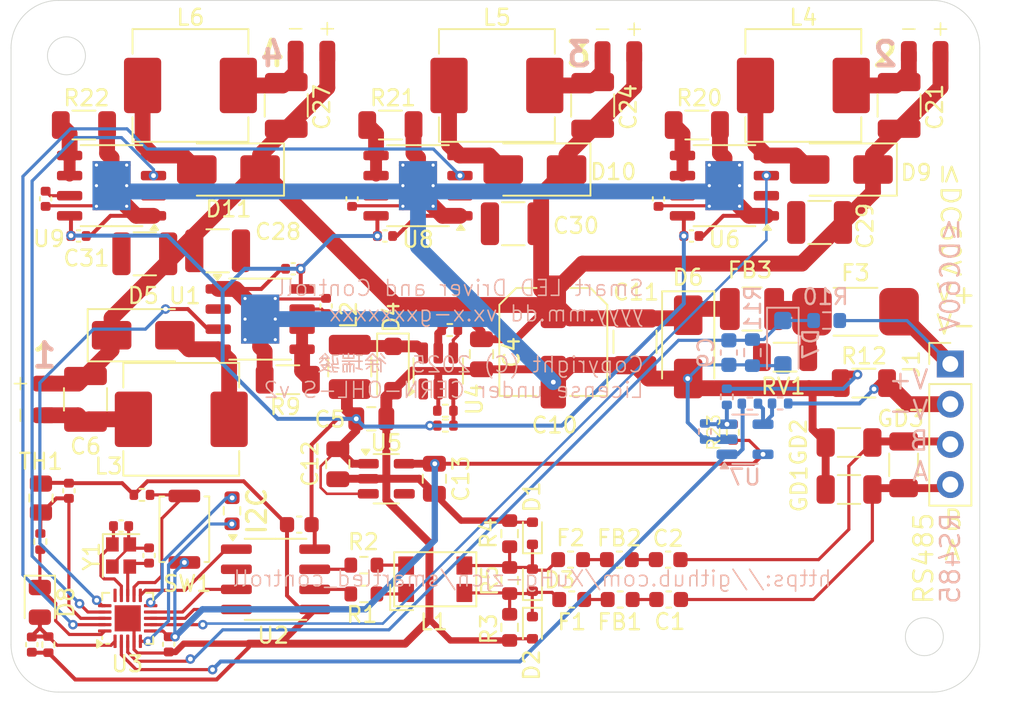
<source format=kicad_pcb>
(kicad_pcb (version 20240108) (generator "pcbnew") (generator_version "8.0")
  (layers (0 "F.Cu" signal) (31 "B.Cu" signal) (34 "B.Paste" user) (35 "F.Paste" user) (36 "B.SilkS" user "B.Silkscreen") (37 "F.SilkS" user "F.Silkscreen") (38 "B.Mask" user) (39 "F.Mask" user) (44 "Edge.Cuts" user))
  (net 0 "")
  (net 1 "/485+")
  (net 2 "Net-(C1-Pad1)")
  (net 3 "Net-(C2-Pad1)")
  (net 4 "/485-")
  (net 5 "GND")
  (net 6 "+5V")
  (net 7 "VINP")
  (net 8 "Net-(D12-K)")
  (net 9 "Net-(U1-TOFF)")
  (net 10 "/ADC_V")
  (net 11 "+3.3V")
  (net 12 "Net-(U3-OSCIN_PF0)")
  (net 13 "Net-(U3-OSCOUT_PF1)")
  (net 14 "/ADC_T")
  (net 15 "/ADC_PD")
  (net 16 "Net-(D1-K)")
  (net 17 "Net-(D2-K)")
  (net 18 "Net-(D4-K)")
  (net 19 "Net-(D5-A)")
  (net 20 "/SampEn")
  (net 21 "Net-(F1-Pad2)")
  (net 22 "Net-(F2-Pad2)")
  (net 23 "/VIN+")
  (net 24 "Net-(F3-Pad2)")
  (net 25 "/VIN-")
  (net 26 "Net-(E2-Pad1)")
  (net 27 "Net-(E1-Pad1)")
  (net 28 "/Isamp+")
  (net 29 "Net-(U2-A)")
  (net 30 "Net-(U2-B)")
  (net 31 "Net-(U4-FB)")
  (net 32 "Net-(U4-~{SHDN})")
  (net 33 "Net-(R9-Pad1)")
  (net 34 "/PUSH")
  (net 35 "Net-(U7-+)")
  (net 36 "Net-(U7--)")
  (net 37 "/ADC_I")
  (net 38 "/PWM1")
  (net 39 "/MAX485_RO")
  (net 40 "/MAX485_DI")
  (net 41 "/MAX485_TR")
  (net 42 "/I2C_SDA")
  (net 43 "/PWM2")
  (net 44 "/PWM4")
  (net 46 "/PWM3")
  (net 47 "/I2C_SCL")
  (net 50 "Net-(U6-TOFF)")
  (net 51 "Net-(D13-K)")
  (net 52 "Net-(D9-A)")
  (net 53 "Net-(R20-Pad1)")
  (net 54 "Net-(U8-TOFF)")
  (net 55 "Net-(D14-K)")
  (net 56 "Net-(U9-TOFF)")
  (net 57 "Net-(D15-K)")
  (net 58 "Net-(D10-A)")
  (net 59 "Net-(D11-A)")
  (net 60 "Net-(R21-Pad1)")
  (net 61 "Net-(R22-Pad1)")
  (footprint "Fuse:Fuse_0603_1608Metric" (layer "F.Cu") (at 167.75 87.33)
    (property "Reference" "F2")
    (property "Value" "Polyfuse")
  )
  (footprint "Resistor_SMD:R_0402_1005Metric" (layer "F.Cu") (at 140.67 83.24 180)
    (property "Reference" "R13" (hide yes))
    (property "Value" "R")
  )
  (footprint "Inductor_SMD:L_0603_1608Metric" (layer "F.Cu") (at 170.8325 87.33)
    (property "Reference" "FB2")
    (property "Value" "30")
  )
  (footprint "Package_SO:SOIC-8_3.9x4.9mm_P1.27mm" (layer "F.Cu") (at 149.11 88.575)
    (property "Reference" "U2")
    (property "Value" "MAX485E")
  )
  (footprint "Package_TO_SOT_SMD:SOT-23-5" (layer "F.Cu") (at 156.105 82.22125)
    (property "Reference" "U5")
    (property "Value" "SGM2033-3.3")
  )
  (footprint "Capacitor_SMD:C_0402_1005Metric" (layer "F.Cu") (at 150.22325 68.955)
    (property "Reference" "C7" (hide yes))
    (property "Value" "C_Small")
  )
  (footprint "Capacitor_SMD:C_0402_1005Metric" (layer "F.Cu") (at 153.945 64.535 90)
    (property "Reference" "C22" (hide yes))
    (property "Value" "C_Small")
  )
  (footprint "Diode_SMD:D_SMA" (layer "F.Cu") (at 140.75325 73.155)
    (property "Reference" "D5")
    (property "Value" "D_Schottky")
  )
  (footprint "Diode_SMD:D_SMA" (layer "F.Cu") (at 184.855 62.685 180)
    (property "Reference" "D9")
    (property "Value" "D_Schottky")
  )
  (footprint "Resistor_SMD:R_0603_1608Metric" (layer "F.Cu") (at 163.9 91.61 -90)
    (property "Reference" "R3")
    (property "Value" "1M")
  )
  (footprint "Resistor_SMD:R_0402_1005Metric" (layer "F.Cu") (at 159.84 77.925)
    (property "Reference" "R7" (hide yes))
    (property "Value" "R")
  )
  (footprint "Capacitor_SMD:C_0402_1005Metric" (layer "F.Cu") (at 141.12 87.07 90)
    (property "Reference" "C14" (hide yes))
    (property "Value" "10pF")
  )
  (footprint "Diode_SMD:D_SOD-123F" (layer "F.Cu") (at 156.53 75.2575 -90)
    (property "Reference" "D4")
    (property "Value" "D_Schottky")
  )
  (footprint "Resistor_SMD:R_0402_1005Metric" (layer "F.Cu") (at 160.12 72.825)
    (property "Reference" "R8" (hide yes))
    (property "Value" "R")
  )
  (footprint "Diode_SMD:D_SMA" (layer "F.Cu") (at 165.495 62.685 180)
    (property "Reference" "D10")
    (property "Value" "D_Schottky")
  )
  (footprint "Capacitor_SMD:C_0603_1608Metric" (layer "F.Cu") (at 173.915 87.33)
    (property "Reference" "C2")
    (property "Value" "100nF")
  )
  (footprint "Resistor_SMD:R_1206_3216Metric" (layer "F.Cu") (at 175.725 59.875)
    (property "Reference" "R20")
    (property "Value" "R")
  )
  (footprint "Capacitor_SMD:C_1210_3225Metric" (layer "F.Cu") (at 145.45 67.82 180)
    (property "Reference" "C28")
    (property "Value" "C")
  )
  (footprint "Resistor_SMD:R_1206_3216Metric" (layer "F.Cu") (at 149.88325 75.965 180)
    (property "Reference" "R9")
    (property "Value" "R")
  )
  (footprint "Diode_SMD:D_SOD-523" (layer "F.Cu") (at 165.34 91.6325 -90)
    (property "Reference" "D2")
    (property "Value" "ESD5Zxx")
  )
  (footprint "Resistor_SMD:R_0402_1005Metric" (layer "F.Cu") (at 159.84 78.865 180)
    (property "Reference" "R6" (hide yes))
    (property "Value" "R")
  )
  (footprint "Crystal:Crystal_SMD_2016-4Pin_2.0x1.6mm" (layer "F.Cu") (at 139.35 87.07 -90)
    (property "Reference" "Y1")
    (property "Value" "Crystal_GND23")
  )
  (footprint "Capacitor_SMD:C_1210_3225Metric" (layer "F.Cu") (at 188.505 58.635 90)
    (property "Reference" "C21")
    (property "Value" "C")
  )
  (footprint "Resistor_SMD:R_0402_1005Metric" (layer "F.Cu") (at 134.76 92.7 -90)
    (property "Reference" "R14" (hide yes))
    (property "Value" "R")
  )
  (footprint "Diode_SMD:D_SMA" (layer "F.Cu") (at 175.18 73.89 -90)
    (property "Reference" "D6")
    (property "Value" "D_Zener")
  )
  (footprint "Resistor_SMD:R_1206_3216Metric" (layer "F.Cu") (at 181.3 74.54 180)
    (property "Reference" "RV1")
    (property "Value" "Varistor")
  )
  (footprint "Inductor_SMD:L_0603_1608Metric" (layer "F.Cu") (at 170.8825 89.85)
    (property "Reference" "FB1")
    (property "Value" "30")
  )
  (footprint "Resistor_SMD:R_0603_1608Metric" (layer "F.Cu") (at 163.9 85.69 90)
    (property "Reference" "R4")
    (property "Value" "1M")
  )
  (footprint "Inductor_SMD:L_APV_APH0630" (layer "F.Cu") (at 143.15325 78.465 180)
    (property "Reference" "L3")
    (property "Value" "L")
  )
  (footprint "Resistor_SMD:R_0603_1608Metric" (layer "F.Cu") (at 154.69 87.68)
    (property "Reference" "R2")
    (property "Value" "22")
  )
  (footprint "Inductor_SMD:L_1210_3225Metric" (layer "F.Cu") (at 153.8 75.155 -90)
    (property "Reference" "L2")
    (property "Value" "L")
  )
  (footprint "Capacitor_SMD:C_0603_1608Metric" (layer "F.Cu") (at 173.945 89.85)
    (property "Reference" "C1")
    (property "Value" "100nF")
  )
  (footprint "Diode_SMD:D_SOD-523" (layer "F.Cu") (at 165.34 85.6675 90)
    (property "Reference" "D1")
    (property "Value" "ESD5Zxx")
  )
  (footprint "Capacitor_SMD:C_0402_1005Metric" (layer "F.Cu") (at 136.055 82.98 90)
    (property "Reference" "C17" (hide yes))
    (property "Value" "C")
  )
  (footprint "Inductor_SMD:L_APV_APH0630" (layer "F.Cu") (at 182.455 57.375)
    (property "Reference" "L4")
    (property "Value" "L")
  )
  (footprint "Resistor_SMD:R_0402_1005Metric" (layer "F.Cu") (at 134.25 86.19 90)
    (property "Reference" "R15" (hide yes))
    (property "Value" "R")
  )
  (footprint "Capacitor_SMD:C_0402_1005Metric" (layer "F.Cu") (at 142.36 92.685 90)
    (property "Reference" "C16" (hide yes))
    (property "Value" "0.1uF")
  )
  (footprint "Button_Switch_SMD:SW_Push_SPST_NO_Alps_SKRK" (layer "F.Cu") (at 143.35 85.41 90)
    (property "Reference" "SW1")
    (property "Value" "SW_Push")
  )
  (footprint "project_footprints:Fuse_2410_6125Metric" (layer "F.Cu") (at 185.75 71.67 180)
    (property "Reference" "F3")
    (property "Value" "Fuse")
  )
  (footprint "Capacitor_SMD:C_0402_1005Metric" (layer "F.Cu") (at 139.35 85.21)
    (property "Reference" "C15" (hide yes))
    (property "Value" "10pF")
  )
  (footprint "Capacitor_SMD:C_1206_3216Metric" (layer "F.Cu") (at 188.79 81.34 90)
    (property "Reference" "GD3")
    (property "Value" "GDT_2Pin")
  )
  (footprint "Capacitor_SMD:C_1210_3225Metric" (layer "F.Cu") (at 171.82 73.57 -90)
    (property "Reference" "C11")
    (property "Value" "C")
  )
  (footprint "Capacitor_SMD:C_1210_3225Metric" (layer "F.Cu") (at 140.85 68.01)
    (property "Reference" "C31")
    (property "Value" "C")
  )
  (footprint "Package_TO_SOT_SMD:SOT-23-6" (layer "F.Cu") (at 159.39 75.4125 90)
    (property "Reference" "U4")
    (property "Value" "OC5864")
  )
  (footprint "Capacitor_SMD:C_0402_1005Metric" (layer "F.Cu") (at 173.305 64.535 90)
    (property "Reference" "C19" (hide yes))
    (property "Value" "C_Small")
  )
  (footprint "Diode_SMD:D_0805_2012Metric" (layer "F.Cu") (at 134.22 90.03 -90)
    (property "Reference" "D8")
    (property "Value" "D_Photo")
  )
  (footprint "Capacitor_SMD:C_1210_3225Metric" (layer "F.Cu") (at 169.145 58.635 90)
    (property "Reference" "C24")
    (property "Value" "C")
  )
  (footprint "Capacitor_SMD:C_0805_2012Metric" (layer "F.Cu") (at 153.0425 81.30125 -90)
    (property "Reference" "C12")
    (property "Value" "C")
  )
  (footprint "Capacitor_SMD:C_Elec_6.3x5.8" (layer "F.Cu") (at 166.66 73.58 -90)
    (property "Reference" "C10")
    (property "Value" "C_Polarized")
  )
  (footprint "Capacitor_SMD:C_0402_1005Metric" (layer "F.Cu") (at 152.30325 71.305 -90)
    (property "Reference" "C8" (hide yes))
    (property "Value" "C_Small")
  )
  (footprint "Resistor_SMD:R_1206_3216Metric" (layer "F.Cu") (at 186.28 76.18 180)
    (property "Reference" "R12")
    (property "Value" "0.01")
  )
  (footprint "Resistor_SMD:R_1206_3216Metric" (layer "F.Cu") (at 137.005 59.875)
    (property "Reference" "R22")
    (property "Value" "R")
  )
  (footprint "Package_SO:HSOP-8-1EP_3.9x4.9mm_P1.27mm_EP2.41x3.1mm_ThermalVias" (layer "F.Cu") (at 158.11 63.705 180)
    (property "Reference" "U8")
    (property "Value" "OC5028B")
  )
  (footprint "Capacitor_SMD:C_0402_1005Metric" (layer "F.Cu") (at 136.665 66.885 180)
    (property "Reference" "C26" (hide yes))
    (property "Value" "C_Small")
  )
  (footprint "Resistor_SMD:R_0603_1608Metric" (layer "F.Cu") (at 146.36 84.245 -90)
    (property "Reference" "J2" (hide yes))
    (property "Value" "Conn_01x02")
  )
  (footprint "NetTie:NetTie-2_SMD_Pad0.5mm" (layer "F.Cu") (at 185.4 75.64)
    (property "Reference" "NT1" (hide yes))
    (property "Value" "NetTie_2" (hide yes))
  )
  (footprint "Resistor_SMD:R_0402_1005Metric" (layer "F.Cu") (at 178 79.29 90)
    (property "Reference" "R23")
    (property "Value" "R")
  )
  (footprint "Capacitor_SMD:C_1210_3225Metric" (layer "F.Cu") (at 164.13 66.11)
    (property "Reference" "C30")
    (property "Value" "C")
  )
  (footprint "Capacitor_SMD:C_1206_3216Metric" (layer "F.Cu") (at 185.34 79.93 180)
    (property "Reference" "GD2")
    (property "Value" "GDT_2Pin")
  )
  (footprint "Capacitor_SMD:C_1210_3225Metric" (layer "F.Cu") (at 149.785 58.635 90)
    (property "Reference" "C27")
    (property "Value" "C")
  )
  (footprint "Capacitor_SMD:C_1210_3225Metric" (layer "F.Cu") (at 183.48 66.03)
    (property "Reference" "C29")
    (property "Value" "C")
  )
  (footprint "Capacitor_SMD:C_0402_1005Metric" (layer "F.Cu") (at 133.71 92.7 -90)
    (property "Reference" "C18" (hide yes))
    (property "Value" "C")
  )
  (footprint "Diode_SMD:D_SMA" (layer "F.Cu") (at 146.135 62.685 180)
    (property "Reference" "D11")
    (property "Value" "D_Schottky")
  )
  (footprint "Package_SO:HSOP-8-1EP_3.9x4.9mm_P1.27mm_EP2.41x3.1mm_ThermalVias" (layer "F.Cu") (at 138.75 63.705 180)
    (property "Reference" "U9")
    (property "Value" "OC5028B")
  )
  (footprint "Capacitor_SMD:C_1206_3216Metric" (layer "F.Cu") (at 185.34 82.9 180)
    (property "Reference" "GD1")
    (property "Value" "GDT_2Pin")
  )
  (footprint "Inductor_SMD:L_1210_3225Metric" (layer "F.Cu") (at 179.21 71.5 180)
    (property "Reference" "FB3")
    (property "Value" "FerriteBead")
  )
  (footprint "Inductor_SMD:L_APV_APH0630" (layer "F.Cu") (at 143.735 57.375)
    (property "Reference" "L6")
    (property "Value" "L")
  )
  (footprint "Inductor_SMD:L_APV_APH0630" (layer "F.Cu") (at 163.095 57.375)
    (property "Reference" "L5")
    (property "Value" "L")
  )
  (footprint "Capacitor_SMD:C_0402_1005Metric" (layer "F.Cu") (at 134.585 64.535 90)
    (property "Reference" "C25" (hide yes))
    (property "Value" "C_Small")
  )
  (footprint "Package_DFN_QFN:QFN-20-1EP_3x3mm_P0.4mm_EP1.65x1.65mm" (layer "F.Cu") (at 139.77 91.04 90)
    (property "Reference" "U3")
    (property "Value" "PY32F003F1xUx")
  )
  (footprint "Capacitor_SMD:C_1210_3225Metric" (layer "F.Cu") (at 137.10325 77.205 -90)
    (property "Reference" "C6")
    (property "Value" "C")
  )
  (footprint "Connector_PinHeader_2.54mm:PinHeader_1x04_P2.54mm_Vertical" (layer "F.Cu") (at 191.74 74.97)
    (property "Reference" "J1")
    (property "Value" "Conn_01x04")
  )
  (footprint "Resistor_SMD:R_0805_2012Metric" (layer "F.Cu") (at 134.29 83.44 90)
    (property "Reference" "TH1")
    (property "Value" "Thermistor_NTC")
  )
  (footprint "Resistor_SMD:R_1206_3216Metric" (layer "F.Cu") (at 156.365 59.875)
    (property "Reference" "R21")
    (property "Value" "R")
  )
  (footprint "Diode_SMD:D_SOD-523" (layer "F.Cu") (at 165.34 88.6275 90)
    (property "Reference" "D3")
    (property "Value" "ESD5Zxx")
  )
  (footprint "Fuse:Fuse_0603_1608Metric" (layer "F.Cu") (at 167.82 89.85)
    (property "Reference" "F1")
    (property "Value" "Polyfuse")
  )
  (footprint "Capacitor_SMD:C_0805_2012Metric" (layer "F.Cu") (at 159.145 82.22375 -90)
    (property "Reference" "C13")
    (property "Value" "C")
  )
  (footprint "Package_SO:HSOP-8-1EP_3.9x4.9mm_P1.27mm_EP2.41x3.1mm_ThermalVias" (layer "F.Cu") (at 148.13825 72.135)
    (property "Reference" "U1")
    (property "Value" "OC5028B")
  )
  (footprint "Resistor_SMD:R_0603_1608Metric" (layer "F.Cu") (at 163.9 88.65 90)
    (property "Reference" "R5")
    (property "Value" "1M")
  )
  (footprint "project_footprints:2Pads_1.0x1.5mm_P2.0mm_mpsign" (layer "F.Cu") (at 170.77 55.33)
    (property "Reference" "D14" (hide yes))
    (property "Value" "LED_Series")
  )
  (footprint "Inductor_SMD:L_CommonModeChoke_Coilcraft_1812CAN" (layer "F.Cu") (at 159.2 88.57 90)
    (property "Reference" "L1")
    (property "Value" "L_Coupled")
  )
  (footprint "Capacitor_SMD:C_0805_2012Metric" (layer "F.Cu") (at 162.12 74.355 90)
    (property "Reference" "C4")
    (property "Value" "C")
  )
  (footprint "Package_SO:HSOP-8-1EP_3.9x4.9mm_P1.27mm_EP2.41x3.1mm_ThermalVias" (layer "F.Cu") (at 177.47 63.705 180)
    (property "Reference" "U6")
    (property "Value" "OC5028B")
  )
  (footprint "project_footprints:2Pads_1.0x1.5mm_P2.0mm_mpsign" (layer "F.Cu") (at 151.38 55.3)
    (property "Reference" "D15" (hide yes))
    (property "Value" "LED_Series")
  )
  (footprint "Resistor_SMD:R_0603_1608Metric" (layer "F.Cu") (at 154.69 89.5)
    (property "Reference" "R1")
    (property "Value" "22")
  )
  (footprint "project_footprints:2Pads_1.0x1.5mm_P2.0mm_mpsign" (layer "F.Cu") (at 134.5 77.21 90)
    (property "Reference" "D12" (hide yes))
    (property "Value" "LED_Series")
  )
  (footprint "Capacitor_SMD:C_0402_1005Metric" (layer "F.Cu") (at 156.025 66.885 180)
    (property "Reference" "C23" (hide yes))
    (property "Value" "C_Small")
  )
  (footprint "project_footprints:2Pads_1.0x1.5mm_P2.0mm_mpsign" (layer "F.Cu") (at 190.12 55.32)
    (property "Reference" "D13" (hide yes))
    (property "Value" "LED_Series")
  )
  (footprint "Capacitor_SMD:C_0805_2012Metric" (layer "F.Cu") (at 155.16 78.435)
    (property "Reference" "C5")
    (property "Value" "C")
  )
  (footprint "Capacitor_SMD:C_0603_1608Metric" (layer "F.Cu") (at 150.61 85.12)
    (property "Reference" "C3" (hide yes))
    (property "Value" "C")
  )
  (footprint "Capacitor_SMD:C_0402_1005Metric" (layer "F.Cu") (at 175.385 66.885 180)
    (property "Reference" "C20" (hide yes))
    (property "Value" "C_Small")
  )
  (footprint "Diode_SMD:D_SOD-123F" (layer "B.Cu") (at 181.16 73.625 -90)
    (property "Reference" "D7")
    (property "Value" "D_Zener")
  )
  (footprint "Capacitor_SMD:C_0603_1608Metric" (layer "B.Cu") (at 177.75 74.25 -90)
    (property "Reference" "C9")
    (property "Value" "2.2nF")
  )
  (footprint "Package_TO_SOT_SMD:TSOT-23-5" (layer "B.Cu") (at 178.77 79.72625)
    (property "Reference" "U7")
    (property "Value" "GS8521")
  )
  (footprint "Resistor_SMD:R_0402_1005Metric" (layer "B.Cu") (at 176.2375 79.23625 -90)
    (property "Reference" "R19" (hide yes))
    (property "Value" "R")
  )
  (footprint "Resistor_SMD:R_0603_1608Metric" (layer "B.Cu") (at 183.93 72.225 180)
    (property "Reference" "R10")
    (property "Value" "470k")
  )
  (footprint "Resistor_SMD:R_0402_1005Metric" (layer "B.Cu") (at 180.9875 77.46625 180)
    (property "Reference" "R17" (hide yes))
    (property "Value" "R")
  )
  (footprint "Resistor_SMD:R_0402_1005Metric" (layer "B.Cu") (at 177.6225 77.04625 -90)
    (property "Reference" "R16" (hide yes))
    (property "Value" "R")
  )
  (footprint "Resistor_SMD:R_0603_1608Metric" (layer "B.Cu") (at 179.24 74.25 -90)
    (property "Reference" "R11")
    (property "Value" "22k")
  )
  (footprint "Resistor_SMD:R_0402_1005Metric" (layer "B.Cu") (at 179.0775 77.47625)
    (property "Reference" "R18" (hide yes))
    (property "Value" "R")
  )
  (gr_circle (center 190.1 92.2) (end 191.3 92.2) (stroke (width 0.05)) (fill none) (layer "Edge.Cuts"))
  (gr_circle (center 135.9 55.5) (end 137.1 55.5) (stroke (width 0.05)) (fill none) (layer "Edge.Cuts"))
  (gr_line (start 193.6 55) (end 193.6 92.7) (stroke (width 0.05)) (layer "Edge.Cuts"))
  (gr_arc (start 135.4 95.7) (mid 133.27868 94.82132) (end 132.4 92.7) (stroke (width 0.05)) (layer "Edge.Cuts"))
  (gr_arc (start 132.4 55) (mid 133.27868 52.87868) (end 135.4 52) (stroke (width 0.05)) (layer "Edge.Cuts"))
  (gr_arc (start 190.6 52) (mid 192.72132 52.87868) (end 193.6 55) (stroke (width 0.05)) (layer "Edge.Cuts"))
  (gr_arc (start 193.6 92.7) (mid 192.72132 94.82132) (end 190.6 95.7) (stroke (width 0.05)) (layer "Edge.Cuts"))
  (gr_line (start 132.4 92.7) (end 132.4 55) (stroke (width 0.05)) (layer "Edge.Cuts"))
  (gr_line (start 135.4 52) (end 190.6 52) (stroke (width 0.05)) (layer "Edge.Cuts"))
  (gr_line (start 190.6 95.7) (end 135.4 95.7) (stroke (width 0.05)) (layer "Edge.Cuts"))
  (gr_text "4" (at 148.91 56.28 -0) (layer "B.SilkS") (effects (font (size 1.5 1.5) (thickness 0.3) (bold yes)) (justify bottom mirror)))
  (gr_text "2" (at 187.63 56.28 0) (layer "B.SilkS") (effects (font (size 1.5 1.5) (thickness 0.3) (bold yes)) (justify bottom mirror)))
  (gr_text "RS485" (at 191.74 84.26 90) (layer "B.SilkS") (effects (font (size 1.2 1.2)) (justify left mirror)))
  (gr_text "≤DC60V" (at 191.74 73.03 90) (layer "B.SilkS") (effects (font (size 1.2 1.2)) (justify right mirror)))
  (gr_text "V+\nV-\nB\nA" (at 190.46 78.86 0) (layer "B.SilkS") (effects (font (size 1.2 1.2)) (justify left mirror)))
  (gr_text "https://github.com/XuHg-zjcn/smartled_controll" (at 165.32 88.53 0) (layer "B.SilkS") (effects (font (size 1 1) (thickness 0.1)) (justify mirror)))
  (gr_text "1" (at 134.51 75.31 0) (layer "B.SilkS") (effects (font (size 1.5 1.5) (thickness 0.3) (bold yes)) (justify bottom mirror)))
  (gr_text "Smart LED Driver and Controll\nyyyy.mm.dd vx.x-gxxxxxxx\n\nCopyright (C) 2025  徐瑞骏\nLicense under CERN-OHL-S v2" (at 172.45 77.2 0) (layer "B.SilkS") (effects (font (size 1 1) (thickness 0.1)) (justify left bottom mirror)))
  (gr_text "3" (at 168.28 56.28 -0) (layer "B.SilkS") (effects (font (size 1.5 1.5) (thickness 0.3) (bold yes)) (justify bottom mirror)))
  (gr_text "1" (at 134.51 75.32 0) (layer "F.SilkS") (effects (font (size 1.5 1.5) (thickness 0.3) (bold yes)) (justify bottom)))
  (gr_text "2" (at 187.63 56.28 0) (layer "F.SilkS") (effects (font (size 1.5 1.5) (thickness 0.3) (bold yes)) (justify bottom)))
  (gr_text "4" (at 148.91 56.27 0) (layer "F.SilkS") (effects (font (size 1.5 1.5) (thickness 0.3) (bold yes)) (justify bottom)))
  (gr_text "3" (at 168.28 56.28 0) (layer "F.SilkS") (effects (font (size 1.5 1.5) (thickness 0.3) (bold yes)) (justify bottom)))
  (gr_text "RS485" (at 190.05 84.27 90) (layer "F.SilkS") (effects (font (size 1.2 1.2)) (justify right)))
  (gr_text "V+\nV-" (at 190.74 73.19 0) (layer "F.SilkS") (effects (font (size 1.2 1.2)) (justify left bottom)))
  (gr_text "B\nA" (at 191.25 87.46 0) (layer "F.SilkS") (effects (font (size 1.2 1.2)) (justify left bottom)))
  (gr_text "I2C" (at 148.63 85.85 90) (layer "F.SilkS") (effects (font (size 1.2 1.2) (thickness 0.2) (bold yes)) (justify left bottom)))
  (gr_text "≤DC60V" (at 191.74 69.53 270) (layer "F.SilkS") (effects (font (size 1.2 1.2)) (justify right)))
  (segment (start 186.815 82.9) (end 186.815 86.136041) (width 0.2) (layer "F.Cu") (net 1))
  (segment (start 186.815 86.136041) (end 183.101041 89.85) (width 0.2) (layer "F.Cu") (net 1))
  (segment (start 191.515 82.815) (end 191.74 82.59) (width 0.5) (layer "F.Cu") (net 1))
  (segment (start 188.79 82.815) (end 191.515 82.815) (width 0.5) (layer "F.Cu") (net 1))
  (segment (start 186.9 82.815) (end 188.79 82.815) (width 0.5) (layer "F.Cu") (net 1))
  (segment (start 183.101041 89.85) (end 174.72 89.85) (width 0.2) (layer "F.Cu") (net 1))
  (segment (start 186.815 82.9) (end 186.9 82.815) (width 0.25) (layer "F.Cu") (net 1))
  (segment (start 171.67 89.85) (end 173.17 89.85) (width 0.2) (layer "F.Cu") (net 2))
  (segment (start 171.62 87.33) (end 173.14 87.33) (width 0.2) (layer "F.Cu") (net 3))
  (segment (start 191.555 79.865) (end 191.74 80.05) (width 0.5) (layer "F.Cu") (net 4))
  (segment (start 185.33 85.42) (end 183.42 87.33) (width 0.2) (layer "F.Cu") (net 4))
  (segment (start 186.88 79.865) (end 191.555 79.865) (width 0.5) (layer "F.Cu") (net 4))
  (segment (start 185.33 81.415) (end 185.33 85.42) (width 0.2) (layer "F.Cu") (net 4))
  (segment (start 186.815 79.93) (end 185.33 81.415) (width 0.2) (layer "F.Cu") (net 4))
  (segment (start 186.815 79.93) (end 186.88 79.865) (width 0.25) (layer "F.Cu") (net 4))
  (segment (start 183.42 87.33) (end 174.69 87.33) (width 0.2) (layer "F.Cu") (net 4))
  (segment (start 148.13825 71.79) (end 148.13825 73.89) (width 1) (layer "F.Cu") (net 5))
  (segment (start 172.665 75.89) (end 171.81 75.035) (width 1) (layer "F.Cu") (net 5))
  (segment (start 183.04 76.7325) (end 182.81 76.5025) (width 0.5) (layer "F.Cu") (net 5))
  (segment (start 165.8475 75.305) (end 166.66 76.1175) (width 0.5) (layer "F.Cu") (net 5))
  (segment (start 156.765 66.885) (end 158.04 65.61) (width 0.25) (layer "F.Cu") (net 5))
  (segment (start 167.7425 75.035) (end 166.66 76.1175) (width 1) (layer "F.Cu") (net 5))
  (segment (start 162.0375 75.3875) (end 162.12 75.305) (width 0.5) (layer "F.Cu") (net 5))
  (segment (start 140.14 86.61) (end 139.9 86.37) (width 0.2) (layer "F.Cu") (net 5))
  (segment (start 159.035 64.975) (end 159.67 65.61) (width 0.2) (layer "F.Cu") (net 5))
  (segment (start 147.095 82.38) (end 141.02 82.38) (width 0.25) (layer "F.Cu") (net 5))
  (segment (start 184.8175 76.18) (end 184.4975 76.5) (width 1) (layer "F.Cu") (net 5))
  (segment (start 175.18 75.89) (end 175.15 75.89) (width 1) (layer "F.Cu") (net 5))
  (segment (start 138.68 65.61) (end 141.4 65.61) (width 0.25) (layer "F.Cu") (net 5))
  (segment (start 154.9675 82.22125) (end 158.1925 82.22125) (width 0.5) (layer "F.Cu") (net 5))
  (segment (start 134.635 64.975) (end 139.675 64.975) (width 0.2) (layer "F.Cu") (net 5))
  (segment (start 153.995 64.975) (end 159.035 64.975) (width 0.2) (layer "F.Cu") (net 5))
  (segment (start 160.76 65.61) (end 159.67 65.61) (width 1) (layer "F.Cu") (net 5))
  (segment (start 157.8275 61.6675) (end 157.8275 59.875) (width 1) (layer "F.Cu") (net 5))
  (segment (start 177.1875 61.6675) (end 177.1875 59.875) (width 1) (layer "F.Cu") (net 5))
  (segment (start 140.17 93.01136) (end 140.38864 93.23) (width 0.2) (layer "F.Cu") (net 5))
  (segment (start 176.125 66.885) (end 177.4 65.61) (width 0.25) (layer "F.Cu") (net 5))
  (segment (start 133.74 93.21) (end 133.71 93.18) (width 0.25) (layer "F.Cu") (net 5))
  (segment (start 136.035 82.48) (end 136.055 82.5) (width 0.25) (layer "F.Cu") (net 5))
  (segment (start 154.9675 82.22125) (end 153.0725 82.22125) (width 0.5) (layer "F.Cu") (net 5))
  (segment (start 139.9 86.52) (end 139.9 86.37) (width 0.16) (layer "F.Cu") (net 5))
  (segment (start 180.12 65.61) (end 179.03 65.61) (width 1) (layer "F.Cu") (net 5))
  (segment (start 139.83 85.21) (end 139.83 86.3) (width 0.2) (layer "F.Cu") (net 5))
  (segment (start 148.42075 74.1725) (end 148.42075 75.965) (width 1) (layer "F.Cu") (net 5))
  (segment (start 136.455 94.905) (end 145.388884 94.905) (width 0.25) (layer "F.Cu") (net 5))
  (segment (start 147.21325 70.865) (end 146.57825 70.23) (width 0.2) (layer "F.Cu") (net 5))
  (segment (start 158.04 65.61) (end 160.76 65.61) (width 0.25) (layer "F.Cu") (net 5))
  (segment (start 161.9875 75.4125) (end 157.75 75.4125) (width 0.5) (layer "F.Cu") (net 5))
  (segment (start 138.75 64.05) (end 138.75 61.95) (width 1) (layer "F.Cu") (net 5))
  (segment (start 146.57825 70.23) (end 147.18325 70.835) (width 1) (layer "F.Cu") (net 5))
  (segment (start 178.425 65.005) (end 177.47 64.05) (width 1) (layer "F.Cu") (net 5))
  (segment (start 158.83195 91.10805) (end 158.83195 86.275884) (width 0.5) (layer "F.Cu") (net 5))
  (segment (start 143.31495 92.64) (end 147.425 92.64) (width 0.4) (layer "F.Cu") (net 5))
  (segment (start 134.595 65.015) (end 134.635 64.975) (width 0.2) (layer "F.Cu") (net 5))
  (segment (start 140.31 65.61) (end 139.705 65.005) (width 1) (layer "F.Cu") (net 5))
  (segment (start 152.29325 70.825) (end 152.25325 70.865) (width 0.2) (layer "F.Cu") (net 5))
  (segment (start 157.3 92.64) (end 147.425 92.64) (width 0.5) (layer "F.Cu") (net 5))
  (segment (start 173.315 65.015) (end 173.355 64.975) (width 0.2) (layer "F.Cu") (net 5))
  (segment (start 139.705 65.005) (end 138.75 64.05) (width 1) (layer "F.Cu") (net 5))
  (segment (start 159.33 77.925) (end 159.39 77.865) (width 0.25) (layer "F.Cu") (net 5))
  (segment (start 156.11 77.0775) (end 156.53 76.6575) (width 0.75) (layer "F.Cu") (net 5))
  (segment (start 138.8 87.62) (end 139.9 86.52) (width 0.16) (layer "F.Cu") (net 5))
  (segment (start 138.75 61.95) (end 138.4675 61.6675) (width 1) (layer "F.Cu") (net 5))
  (segment (start 142.295 93.23) (end 142.36 93.165) (width 0.2) (layer "F.Cu") (net 5))
  (segment (start 182.81 76.5025) (end 175.7925 76.5025) (width 1) (layer "F.Cu") (net 5))
  (segment (start 159.39 77.865) (end 159.39 76.39) (width 0.25) (layer "F.Cu") (net 5))
  (segment (start 141.4 65.61) (end 140.31 65.61) (width 1) (layer "F.Cu") (net 5))
  (segment (start 134.76 93.21) (end 136.455 94.905) (width 0.25) (layer "F.Cu") (net 5))
  (segment (start 158.11 64.05) (end 158.11 61.95) (width 1) (layer "F.Cu") (net 5))
  (segment (start 162.12 75.305) (end 165.8475 75.305) (width 0.5) (layer "F.Cu") (net 5))
  (segment (start 162.12 75.305) (end 161.9875 75.4375) (width 0.5) (layer "F.Cu") (net 5))
  (segment (start 149.425 92.64) (end 151.585 90.48) (width 0.4) (layer "F.Cu") (net 5))
  (segment (start 177.47 61.95) (end 177.1875 61.6675) (width 1) (layer "F.Cu") (net 5))
  (segment (start 159.67 65.61) (end 159.065 65.005) (width 1) (layer "F.Cu") (net 5))
  (segment (start 140.17 92.49) (end 140.17 91.44) (width 0.2) (layer "F.Cu") (net 5))
  (segment (start 149.48325 68.955) (end 148.20825 70.23) (width 0.25) (layer "F.Cu") (net 5))
  (segment (start 156.11 78.435) (end 156.11 77.0775) (width 0.75) (layer "F.Cu") (net 5))
  (segment (start 182.8125 76.5) (end 182.81 76.5025) (width 1) (layer "F.Cu") (net 5))
  (segment (start 149.835 85.12) (end 149.835 89.605) (width 0.25) (layer "F.Cu") (net 5))
  (segment (start 183.865 82.9) (end 183.865 79.93) (width 0.5) (layer "F.Cu") (net 5))
  (segment (start 134.76 93.21) (end 133.74 93.21) (width 0.25) (layer "F.Cu") (net 5))
  (segment (start 140.16 83.24) (end 139.42 82.5) (width 0.25) (layer "F.Cu") (net 5))
  (segment (start 183.865 79.93) (end 183.04 79.105) (width 0.5) (layer "F.Cu") (net 5))
  (segment (start 158.83 91.11) (end 157.3 92.64) (width 0.5) (layer "F.Cu") (net 5))
  (segment (start 157.75 75.4375) (end 156.53 76.6575) (width 0.6) (layer "F.Cu") (net 5))
  (segment (start 164.0025 84.9675) (end 163.9 84.865) (width 0.2) (layer "F.Cu") (net 5))
  (segment (start 152.25325 70.865) (end 147.21325 70.865) (width 0.2) (layer "F.Cu") (net 5))
  (segment (start 147.18325 70.835) (end 148.13825 71.79) (width 1) (layer "F.Cu") (net 5))
  (segment (start 165.34 84.9675) (end 164.0025 84.9675) (width 0.2) (layer "F.Cu") (net 5))
  (segment (start 140.17 91.44) (end 139.77 91.04) (width 0.2) (layer "F.Cu") (net 5))
  (segment (start 137.145 66.885) (end 137.405 66.885) (width 0.25) (layer "F.Cu") (net 5))
  (segment (start 137.405 66.885) (end 138.68 65.61) (width 0.25) (layer "F.Cu") (net 5))
  (segment (start 175.15 75.89) (end 172.665 75.89) (width 1) (layer "F.Cu") (net 5))
  (segment (start 158.1925 82.22125) (end 159.145 83.17375) (width 0.5) (layer "F.Cu") (net 5))
  (segment (start 142.36 93.165) (end 142.78995 93.165) (width 0.4) (layer "F.Cu") (net 5))
  (segment (start 171.81 75.035) (end 167.7425 75.035) (width 1) (layer "F.Cu") (net 5))
  (segment (start 177.4 65.61) (end 180.12 65.61) (width 0.25) (layer "F.Cu") (net 5))
  (segment (start 184.4975 76.5) (end 182.8125 76.5) (width 1) (layer "F.Cu") (net 5))
  (segment (start 156.505 66.885) (end 156.765 66.885) (width 0.25) (layer "F.Cu") (net 5))
  (segment (start 158.11 61.95) (end 157.8275 61.6675) (width 1) (layer "F.Cu") (net 5))
  (segment (start 145.48825 70.23) (end 146.57825 70.23) (width 1) (layer "F.Cu") (net 5))
  (segment (start 149.74325 68.955) (end 149.48325 68.955) (width 0.25) (layer "F.Cu") (net 5))
  (segment (start 150.71 90.48) (end 151.585 90.48) (width 0.25) (layer "F.Cu") (net 5))
  (segment (start 139.675 64.975) (end 140.31 65.61) (width 0.2) (layer "F.Cu") (net 5))
  (segment (start 164.0025 92.3325) (end 163.9 92.435) (width 0.2) (layer "F.Cu") (net 5))
  (segment (start 140.17 92.49) (end 140.17 93.01136) (width 0.2) (layer "F.Cu") (net 5))
  (segment (start 175.7925 76.5025) (end 175.18 75.89) (width 1) (layer "F.Cu") (net 5))
  (segment (start 156.11 82.22125) (end 156.11 78.435) (width 0.5) (layer "F.Cu") (net 5))
  (segment (start 139.83 86.3) (end 139.9 86.37) (width 0.2) (layer "F.Cu") (net 5))
  (segment (start 177.47 64.05) (end 177.47 61.95) (width 1) (layer "F.Cu") (net 5))
  (segment (start 179.03 65.61) (end 178.425 65.005) (width 1) (layer "F.Cu") (net 5))
  (segment (start 163.9 84.865) (end 160.83625 84.865) (width 0.4) (layer "F.Cu") (net 5))
  (segment (start 141.02 82.38) (end 140.16 83.24) (width 0.25) (layer "F.Cu") (net 5))
  (segment (start 175.865 66.885) (end 176.125 66.885) (width 0.25) (layer "F.Cu") (net 5))
  (segment (start 145.388884 94.905) (end 147.425 92.868884) (width 0.25) (layer "F.Cu") (net 5))
  (segment (start 142.78995 93.165) (end 143.31495 92.64) (width 0.4) (layer "F.Cu") (net 5))
  (segment (start 149.835 85.12) (end 147.095 82.38) (width 0.25) (layer "F.Cu") (net 5))
  (segment (start 138.4675 61.6675) (end 138.4675 59.875) (width 1) (layer "F.Cu") (net 5))
  (segment (start 139.42 82.5) (end 136.055 82.5) (width 0.25) (layer "F.Cu") (net 5))
  (segment (start 153.955 65.015) (end 153.995 64.975) (width 0.2) (layer "F.Cu") (net 5))
  (segment (start 140.38864 93.23) (end 142.295 93.23) (width 0.2) (layer "F.Cu") (net 5))
  (segment (start 154.9675 82.22125) (end 156.11 82.22125) (width 0.5) (layer "F.Cu") (net 5))
  (segment (start 134.24 82.48) (end 136.035 82.48) (width 0.25) (layer "F.Cu") (net 5))
  (segment (start 138.8 87.77) (end 138.8 87.62) (width 0.16) (layer "F.Cu") (net 5))
  (segment (start 183.04 79.105) (end 183.04 76.7325) (width 0.5) (layer "F.Cu") (net 5))
  (segment (start 159.39 76.55) (end 159.39 75.4125) (width 0.5) (layer "F.Cu") (net 5))
  (segment (start 159.35 76.59) (end 159.39 76.55) (width 0.25) (layer "F.Cu") (net 5))
  (segment (start 156.11 83.553934) (end 156.11 82.22125) (width 0.5) (layer "F.Cu") (net 5))
  (segment (start 141.12 86.61) (end 140.14 86.61) (width 0.2) (layer "F.Cu") (net 5))
  (segment (start 160.155 92.435) (end 163.9 92.435) (width 0.4) (layer "F.Cu") (net 5))
  (segment (start 178.395 64.975) (end 179.03 65.61) (width 0.2) (layer "F.Cu") (net 5))
  (segment (start 158.83195 86.275884) (end 156.11 83.553934) (width 0.5) (layer "F.Cu") (net 5))
  (segment (start 160.83625 84.865) (end 159.145 83.17375) (width 0.4) (layer "F.Cu") (net 5))
  (segment (start 148.13825 73.89) (end 148.42075 74.1725) (width 1) (layer "F.Cu") (net 5))
  (segment (start 148.20825 70.23) (end 145.48825 70.23) (width 0.25) (layer "F.Cu") (net 5))
  (segment (start 165.34 92.3325) (end 164.0025 92.3325) (width 0.2) (layer "F.Cu") (net 5))
  (segment (start 158.83 91.11) (end 158.83195 91.10805) (width 0.5) (layer "F.Cu") (net 5))
  (segment (start 147.425 92.868884) (end 147.425 92.64) (width 0.25) (layer "F.Cu") (net 5))
  (segment (start 149.835 89.605) (end 150.71 90.48) (width 0.25) (layer "F.Cu") (net 5))
  (segment (start 158.83 91.11) (end 160.155 92.435) (width 0.4) (layer "F.Cu") (net 5))
  (segment (start 159.065 65.005) (end 158.11 64.05) (width 1) (layer "F.Cu") (net 5))
  (segment (start 173.355 64.975) (end 178.395 64.975) (width 0.2) (layer "F.Cu") (net 5))
  (via (at 166.66 76.1175) (size 0.6) (drill 0.3) (layers "F.Cu" "B.Cu") (net 5))
  (via (at 175.15 75.89) (size 0.6) (drill 0.3) (layers "F.Cu" "B.Cu") (net 5))
  (segment (start 176.015 75.025) (end 175.15 75.89) (width 0.2) (layer "B.Cu") (net 5))
  (segment (start 179.19 75.025) (end 179.24 75.075) (width 0.2) (layer "B.Cu") (net 5))
  (segment (start 179.24 75.075) (end 181.11 75.075) (width 0.2) (layer "B.Cu") (net 5))
  (segment (start 181.11 75.075) (end 181.16 75.025) (width 0.2) (layer "B.Cu") (net 5))
  (segment (start 166.35625 75.81375) (end 158.11 67.5675) (width 1) (layer "B.Cu") (net 5))
  (segment (start 177.75 75.025) (end 176.015 75.025) (width 0.2) (layer "B.Cu") (net 5))
  (segment (start 176.2375 79.74625) (end 175.15 78.65875) (width 0.25) (layer "B.Cu") (net 5))
  (segment (start 138.75 63.705) (end 139.115 64.07) (width 1) (layer "B.Cu") (net 5))
  (segment (start 158.475 64.07) (end 158.11 63.705) (width 1) (layer "B.Cu") (net 5))
  (segment (start 177.6325 79.72625) (end 176.2575 79.72625) (width 0.25) (layer "B.Cu") (net 5))
  (segment (start 139.115 64.07) (end 157.745 64.07) (width 1) (layer "B.Cu") (net 5))
  (segment (start 148.13825 72.135) (end 162.6775 72.135) (width 1) (layer "B.Cu") (net 5))
  (segment (start 177.75 75.025) (end 179.19 75.025) (width 0.2) (layer "B.Cu") (net 5))
  (segment (start 157.745 64.07) (end 158.11 63.705) (width 1) (layer "B.Cu") (net 5))
  (segment (start 177.47 63.705) (end 177.105 64.07) (width 1) (layer "B.Cu") (net 5))
  (segment (start 158.11 67.5675) (end 158.11 63.705) (width 1) (layer "B.Cu") (net 5))
  (segment (start 175.15 78.65875) (end 175.15 75.89) (width 0.25) (layer "B.Cu") (net 5))
  (segment (start 177.105 64.07) (end 158.475 64.07) (width 1) (layer "B.Cu") (net 5))
  (segment (start 176.2575 79.72625) (end 176.2375 79.74625) (width 0.25) (layer "B.Cu") (net 5))
  (segment (start 162.6775 72.135) (end 166.35625 75.81375) (width 1) (layer "B.Cu") (net 5))
  (segment (start 166.35625 75.81375) (end 166.66 76.1175) (width 1) (layer "B.Cu") (net 5))
  (segment (start 154.21 79.18375) (end 154.21 78.435) (width 0.5) (layer "F.Cu") (net 6))
  (segment (start 174.905 65.695) (end 174.82 65.61) (width 0.25) (layer "F.Cu") (net 6))
  (segment (start 155.545 65.695) (end 155.46 65.61) (width 0.25) (layer "F.Cu") (net 6))
  (segment (start 153.015 78.435) (end 151.385 80.065) (width 0.25) (layer "F.Cu") (net 6))
  (segment (start 136.185 66.86) (end 136.185 65.695) (width 0.25) (layer "F.Cu") (net 6))
  (segment (start 151.96 81.43375) (end 153.0425 80.35125) (width 0.16) (layer "F.Cu") (net 6))
  (segment (start 151.585 85.32) (end 151.385 85.12) (width 0.25) (layer "F.Cu") (net 6))
  (segment (start 152.3525 83.17125) (end 151.96 82.77875) (width 0.16) (layer "F.Cu") (net 6))
  (segment (start 159.34 78.865) (end 158.86 78.865) (width 0.25) (layer "F.Cu") (net 6))
  (segment (start 155.545 66.885) (end 155.545 65.695) (width 0.25) (layer "F.Cu") (net 6))
  (segment (start 136.185 66.885) (end 136.185 66.86) (width 0.25) (layer "F.Cu") (net 6))
  (segment (start 153.62 77.845) (end 153.62 76.565) (width 0.75) (layer "F.Cu") (net 6))
  (segment (start 151.385 80.065) (end 151.385 85.12) (width 0.25) (layer "F.Cu") (net 6))
  (segment (start 153.9625 81.27125) (end 153.0425 80.35125) (width 0.5) (layer "F.Cu") (net 6))
  (segment (start 174.905 66.885) (end 174.905 65.695) (width 0.25) (layer "F.Cu") (net 6))
  (segment (start 154.9675 81.27125) (end 153.9625 81.27125) (width 0.5) (layer "F.Cu") (net 6))
  (segment (start 150.70325 70.145) (end 150.78825 70.23) (width 0.25) (layer "F.Cu") (net 6))
  (segment (start 154.21 78.435) (end 153.62 77.845) (width 0.75) (layer "F.Cu") (net 6))
  (segment (start 136.185 65.695) (end 136.1 65.61) (width 0.25) (layer "F.Cu") (net 6))
  (segment (start 151.96 82.77875) (end 151.96 81.43375) (width 0.16) (layer "F.Cu") (net 6))
  (segment (start 154.21 78.435) (end 153.015 78.435) (width 0.25) (layer "F.Cu") (net 6))
  (segment (start 153.0425 80.35125) (end 154.21 79.18375) (width 0.5) (layer "F.Cu") (net 6))
  (segment (start 150.70325 68.955) (end 150.70325 70.145) (width 0.25) (layer "F.Cu") (net 6))
  (segment (start 151.585 86.67) (end 151.585 85.32) (width 0.25) (layer "F.Cu") (net 6))
  (segment (start 154.9675 83.17125) (end 152.3525 83.17125) (width 0.16) (layer "F.Cu") (net 6))
  (via (at 150.70325 68.955) (size 0.6) (drill 0.3) (layers "F.Cu" "B.Cu") (net 6))
  (via (at 174.905 66.885) (size 0.6) (drill 0.3) (layers "F.Cu" "B.Cu") (net 6))
  (via (at 155.545 66.885) (size 0.6) (drill 0.3) (layers "F.Cu" "B.Cu") (net 6))
  (via (at 136.185 66.86) (size 0.6) (drill 0.3) (layers "F.Cu" "B.Cu") (net 6))
  (via (at 158.86 78.865) (size 0.6) (drill 0.3) (layers "F.Cu" "B.Cu") (net 6))
  (via (at 154.21 78.435) (size 0.6) (drill 0.3) (layers "F.Cu" "B.Cu") (net 6))
  (segment (start 158.86 78.865) (end 167.195 78.865) (width 0.25) (layer "B.Cu") (net 6))
  (segment (start 152.77325 66.885) (end 150.70325 68.955) (width 0.25) (layer "B.Cu") (net 6))
  (segment (start 158.8 78.925) (end 154.7 78.925) (width 0.25) (layer "B.Cu") (net 6))
  (segment (start 147.165 68.955) (end 145.77 70.35) (width 0.25) (layer "B.Cu") (net 6))
  (segment (start 142.28 66.86) (end 145.77 70.35) (width 0.25) (layer "B.Cu") (net 6))
  (segment (start 167.195 78.865) (end 174.905 71.155) (width 0.25) (layer "B.Cu") (net 6))
  (segment (start 136.185 66.86) (end 142.28 66.86) (width 0.25) (layer "B.Cu") (net 6))
  (segment (start 149.245 78.435) (end 154.21 78.435) (width 0.25) (layer "B.Cu") (net 6))
  (segment (start 145.77 74.96) (end 149.245 78.435) (width 0.25) (layer "B.Cu") (net 6))
  (segment (start 154.7 78.925) (end 154.21 78.435) (width 0.25) (layer "B.Cu") (net 6))
  (segment (start 158.86 78.865) (end 158.8 78.925) (width 0.25) (layer "B.Cu") (net 6))
  (segment (start 155.545 66.885) (end 152.77325 66.885) (width 0.25) (layer "B.Cu") (net 6))
  (segment (start 174.905 71.155) (end 174.905 66.885) (width 0.25) (layer "B.Cu") (net 6))
  (segment (start 150.70325 68.955) (end 147.165 68.955) (width 0.25) (layer "B.Cu") (net 6))
  (segment (start 145.77 70.35) (end 145.77 74.96) (width 0.25) (layer "B.Cu") (net 6))
  (segment (start 191.12 55.32) (end 191.12 57.495) (width 1) (layer "F.Cu") (net 7))
  (segment (start 164.2975 73.405) (end 166.66 71.0425) (width 0.5) (layer "F.Cu") (net 7))
  (segment (start 162.12 72.905) (end 162.12 73.405) (width 0.5) (layer "F.Cu") (net 7))
  (segment (start 167.7025 72.085) (end 166.66 71.0425) (width 1) (layer "F.Cu") (net 7))
  (segment (start 159.61 72.693944) (end 160.248944 72.055) (width 0.5) (layer "F.Cu") (net 7))
  (segment (start 138.75325 73.155) (end 138.75325 74.08) (width 1) (layer "F.Cu") (net 7))
  (segment (start 165.89 64.29) (end 167.495 62.685) (width 1) (layer "F.Cu") (net 7))
  (segment (start 156.6925 71.2425) (end 148.135 62.685) (width 1) (layer "F.Cu") (net 7))
  (segment (start 160.248944 72.055) (end 161.27 72.055) (width 0.5) (layer "F.Cu") (net 7))
  (segment (start 134.5 76.21) (end 136.62325 76.21) (width 1) (layer "F.Cu") (net 7))
  (segment (start 148.135 62.685) (end 148.135 61.76) (width 1) (layer "F.Cu") (net 7))
  (segment (start 166.66 71.0425) (end 166.66 70.4725) (width 1) (layer "F.Cu") (net 7))
  (segment (start 166.66 70.4725) (end 168.5025 68.63) (width 1) (layer "F.Cu") (net 7))
  (segment (start 166.66 71.0425) (end 165.89 70.2725) (width 1) (layer "F.Cu") (net 7))
  (segment (start 167.495 62.685) (end 167.495 61.76) (width 1) (layer "F.Cu") (net 7))
  (segment (start 177.89 71.49) (end 175.58 71.49) (width 1) (layer "F.Cu") (net 7))
  (segment (start 152.38 57.515) (end 149.785 60.11) (width 1) (layer "F.Cu") (net 7))
  (segment (start 174.985 72.085) (end 167.7025 72.085) (width 1) (layer "F.Cu") (net 7))
  (segment (start 159.39 74.275) (end 159.39 73.045) (width 0.5) (layer "F.Cu") (net 7))
  (segment (start 171.77 55.33) (end 171.77 57.485) (width 1) (layer "F.Cu") (net 7))
  (segment (start 186.855 64.130001) (end 186.855 62.685) (width 1) (layer "F.Cu") (net 7))
  (segment (start 175.18 71.89) (end 174.985 72.085) (width 1) (layer "F.Cu") (net 7))
  (segment (start 152.38 55.3) (end 152.38 57.515) (width 1) (layer "F.Cu") (net 7))
  (segment (start 186.855 62.685) (end 186.855 61.76) (width 1) (layer "F.Cu") (net 7))
  (segment (start 138.75325 73.155) (end 138.75325 72.06675) (width 1) (layer "F.Cu") (net 7))
  (segment (start 138.75325 72.06675) (end 148.135 62.685) (width 1) (layer "F.Cu") (net 7))
  (segment (start 168.5025 68.63) (end 182.355001 68.63) (width 1) (layer "F.Cu") (net 7))
  (segment (start 161.27 72.055) (end 162.12 72.905) (width 0.5) (layer "F.Cu") (net 7))
  (segment (start 182.355001 68.63) (end 186.855 64.130001) (width 1) (layer "F.Cu") (net 7))
  (segment (start 166.66 71.0425) (end 166.46 71.2425) (width 1) (layer "F.Cu") (net 7))
  (segment (start 159.39 73.045) (end 159.61 72.825) (width 0.5) (layer "F.Cu") (net 7))
  (segment (start 186.855 61.76) (end 188.505 60.11) (width 1) (layer "F.Cu") (net 7))
  (segment (start 191.12 57.495) (end 188.505 60.11) (width 1) (layer "F.Cu") (net 7))
  (segment (start 165.89 70.2725) (end 165.89 64.29) (width 1) (layer "F.Cu") (net 7))
  (segment (start 148.135 61.76) (end 149.785 60.11) (width 1) (layer "F.Cu") (net 7))
  (segment (start 159.61 72.825) (end 159.61 72.693944) (width 0.5) (layer "F.Cu") (net 7))
  (segment (start 167.495 61.76) (end 169.145 60.11) (width 1) (layer "F.Cu") (net 7))
  (segment (start 175.58 71.49) (end 175.18 71.89) (width 1) (layer "F.Cu") (net 7))
  (segment (start 162.12 73.405) (end 164.2975 73.405) (width 0.5) (layer "F.Cu") (net 7))
  (segment (start 166.46 71.2425) (end 156.6925 71.2425) (width 1) (layer "F.Cu") (net 7))
  (segment (start 171.77 57.485) (end 169.145 60.11) (width 1) (layer "F.Cu") (net 7))
  (segment (start 136.62325 76.21) (end 137.10325 75.73) (width 1) (layer "F.Cu") (net 7))
  (segment (start 138.75325 74.08) (end 137.10325 75.73) (width 1) (layer "F.Cu") (net 7))
  (segment (start 134.5 78.21) (end 136.63325 78.21) (width 1) (layer "F.Cu") (net 8))
  (segment (start 137.31825 78.465) (end 137.10325 78.68) (width 1) (layer "F.Cu") (net 8))
  (segment (start 140.12825 78.465) (end 137.31825 78.465) (width 1) (layer "F.Cu") (net 8))
  (segment (start 136.63325 78.21) (end 137.10325 78.68) (width 1) (layer "F.Cu") (net 8))
  (segment (start 150.78825 71.5) (end 152.01825 71.5) (width 0.2) (layer "F.Cu") (net 9))
  (segment (start 152.01825 71.5) (end 152.30325 71.785) (width 0.2) (layer "F.Cu") (net 9))
  (segment (start 139.77 93.177046) (end 139.77 92.49) (width 0.2) (layer "F.Cu") (net 10))
  (segment (start 140.342954 93.75) (end 139.77 93.177046) (width 0.2) (layer "F.Cu") (net 10))
  (segment (start 143.59 93.75) (end 140.342954 93.75) (width 0.2) (layer "F.Cu") (net 10))
  (segment (start 143.73 93.61) (end 143.59 93.75) (width 0.2) (layer "F.Cu") (net 10))
  (via (at 143.73 93.61) (size 0.6) (drill 0.3) (layers "F.Cu" "B.Cu") (net 10))
  (segment (start 181.16 72.225) (end 183.105 72.225) (width 0.2) (layer "B.Cu") (net 10))
  (segment (start 143.93 93.61) (end 145.775 91.765) (width 0.2) (layer "B.Cu") (net 10))
  (segment (start 174.565 73.475) (end 177.75 73.475) (width 0.2) (layer "B.Cu") (net 10))
  (segment (start 179.24 73.425) (end 179.96 73.425) (width 0.2) (layer "B.Cu") (net 10))
  (segment (start 143.73 93.61) (end 143.93 93.61) (width 0.2) (layer "B.Cu") (net 10))
  (segment (start 145.775 91.765) (end 156.275 91.765) (width 0.2) (layer "B.Cu") (net 10))
  (segment (start 179.96 73.425) (end 181.16 72.225) (width 0.2) (layer "B.Cu") (net 10))
  (segment (start 156.275 91.765) (end 174.565 73.475) (width 0.2) (layer "B.Cu") (net 10))
  (segment (start 177.75 73.475) (end 179.19 73.475) (width 0.2) (layer "B.Cu") (net 10))
  (segment (start 179.19 73.475) (end 179.24 73.425) (width 0.2) (layer "B.Cu") (net 10))
  (segment (start 141.995 91.84) (end 142.36 92.205) (width 0.2) (layer "F.Cu") (net 11))
  (segment (start 179.31 81.27375) (end 179.9075 80.67625) (width 0.25) (layer "F.Cu") (net 11))
  (segment (start 178 79.8) (end 179.03125 79.8) (width 0.2) (layer "F.Cu") (net 11))
  (segment (start 159.1425 81.27125) (end 159.145 81.27375) (width 0.5) (layer "F.Cu") (net 11))
  (segment (start 141.22 91.84) (end 141.995 91.84) (width 0.2) (layer "F.Cu") (net 11))
  (segment (start 159.145 81.27375) (end 159.17 81.27375) (width 0.25) (layer "F.Cu") (net 11))
  (segment (start 142.76 92.205) (end 142.36 92.205) (width 0.3) (layer "F.Cu") (net 11))
  (segment (start 159.17 81.27375) (end 179.31 81.27375) (width 0.25) (layer "F.Cu") (net 11))
  (segment (start 179.03125 79.8) (end 179.9075 80.67625) (width 0.2) (layer "F.Cu") (net 11))
  (segment (start 157.2425 81.27125) (end 159.1425 81.27125) (width 0.5) (layer "F.Cu") (net 11))
  (via (at 142.76 92.205) (size 0.6) (drill 0.3) (layers "F.Cu" "B.Cu") (net 11))
  (via (at 179.9075 80.67625) (size 0.6) (drill 0.3) (layers "F.Cu" "B.Cu") (net 11))
  (via (at 159.17 81.27375) (size 0.6) (drill 0.3) (layers "F.Cu" "B.Cu") (net 11))
  (via (at 143.35 87.51) (size 0.6) (drill 0.3) (layers "F.Cu" "B.Cu") (net 11))
  (segment (start 142.76 92.205) (end 144.495 90.47) (width 0.4) (layer "B.Cu") (net 11))
  (segment (start 144.495 90.47) (end 154.8 90.47) (width 0.4) (layer "B.Cu") (net 11))
  (segment (start 159.17 86.1) (end 159.17 81.27375) (width 0.4) (layer "B.Cu") (net 11))
  (segment (start 142.75 88.11) (end 143.35 87.51) (width 0.2) (layer "B.Cu") (net 11))
  (segment (start 142.76 92.205) (end 142.75 92.195) (width 0.2) (layer "B.Cu") (net 11))
  (segment (start 154.8 90.47) (end 159.17 86.1) (width 0.4) (layer "B.Cu") (net 11))
  (segment (start 142.75 92.195) (end 142.75 88.11) (width 0.2) (layer "B.Cu") (net 11))
  (segment (start 139.77 89.59) (end 139.77 87.9) (width 0.2) (layer "F.Cu") (net 12))
  (segment (start 141.12 87.57) (end 140.1 87.57) (width 0.2) (layer "F.Cu") (net 12))
  (segment (start 139.77 87.9) (end 139.9 87.77) (width 0.2) (layer "F.Cu") (net 12))
  (segment (start 140.1 87.57) (end 139.9 87.77) (width 0.2) (layer "F.Cu") (net 12))
  (segment (start 138.08 88.35) (end 138.08 87.09) (width 0.2) (layer "F.Cu") (net 13))
  (segment (start 138.92 88.55) (end 138.28 88.55) (width 0.2) (layer "F.Cu") (net 13))
  (segment (start 138.87 85.21) (end 138.87 86.3) (width 0.2) (layer "F.Cu") (net 13))
  (segment (start 138.87 86.3) (end 138.8 86.37) (width 0.2) (layer "F.Cu") (net 13))
  (segment (start 139.37 89) (end 138.92 88.55) (width 0.2) (layer "F.Cu") (net 13))
  (segment (start 138.08 87.09) (end 138.8 86.37) (width 0.2) (layer "F.Cu") (net 13))
  (segment (start 139.37 89.59) (end 139.37 89) (width 0.2) (layer "F.Cu") (net 13))
  (segment (start 138.28 88.55) (end 138.08 88.35) (width 0.2) (layer "F.Cu") (net 13))
  (segment (start 135.26 83.46) (end 136.055 83.46) (width 0.25) (layer "F.Cu") (net 14))
  (segment (start 136.802941 91.04) (end 136.055 90.292059) (width 0.2) (layer "F.Cu") (net 14))
  (segment (start 138.32 91.04) (end 136.802941 91.04) (width 0.2) (layer "F.Cu") (net 14))
  (segment (start 134.25 85.68) (end 134.25 84.47) (width 0.25) (layer "F.Cu") (net 14))
  (segment (start 134.25 84.47) (end 135.26 83.46) (width 0.25) (layer "F.Cu") (net 14))
  (segment (start 136.055 90.292059) (end 136.055 83.46) (width 0.2) (layer "F.Cu") (net 14))
  (segment (start 134.22 90.9675) (end 134.22 91.65) (width 0.25) (layer "F.Cu") (net 15))
  (segment (start 134.22 91.65) (end 134.219132 91.65) (width 0.25) (layer "F.Cu") (net 15))
  (segment (start 134.22 91.65) (end 134.76 92.19) (width 0.25) (layer "F.Cu") (net 15))
  (segment (start 133.740868 92.189132) (end 133.71 92.22) (width 0.25) (layer "F.Cu") (net 15))
  (segment (start 138.72 92.74) (end 135.31 92.74) (width 0.2) (layer "F.Cu") (net 15))
  (segment (start 135.31 92.74) (end 134.76 92.19) (width 0.2) (layer "F.Cu") (net 15))
  (segment (start 134.759132 92.189132) (end 133.740868 92.189132) (width 0.25) (layer "F.Cu") (net 15))
  (segment (start 138.97 92.49) (end 138.72 92.74) (width 0.2) (layer "F.Cu") (net 15))
  (segment (start 133.71 92.159132) (end 133.71 92.22) (width 0.25) (layer "F.Cu") (net 15))
  (segment (start 134.219132 91.65) (end 133.71 92.159132) (width 0.25) (layer "F.Cu") (net 15))
  (segment (start 134.76 92.19) (end 134.759132 92.189132) (width 0.25) (layer "F.Cu") (net 15))
  (segment (start 161.04 87.705) (end 163.78 87.705) (width 0.2) (layer "F.Cu") (net 16))
  (segment (start 163.9 86.505) (end 163.9 87.825) (width 0.2) (layer "F.Cu") (net 16))
  (segment (start 166.2925 88) (end 166.9625 87.33) (width 0.2) (layer "F.Cu") (net 16))
  (segment (start 165.34 86.4) (end 165.34 87.99) (width 0.2) (layer "F.Cu") (net 16))
  (segment (start 163.9 87.825) (end 165.155 87.825) (width 0.2) (layer "F.Cu") (net 16))
  (segment (start 165.33 88) (end 166.2925 88) (width 0.2) (layer "F.Cu") (net 16))
  (segment (start 161.04 89.435) (end 163.86 89.435) (width 0.2) (layer "F.Cu") (net 17))
  (segment (start 166.5825 89.4) (end 167.0325 89.85) (width 0.2) (layer "F.Cu") (net 17))
  (segment (start 165.33 89.4) (end 166.5825 89.4) (width 0.2) (layer "F.Cu") (net 17))
  (segment (start 165.33 89.4) (end 165.33 90.87) (width 0.2) (layer "F.Cu") (net 17))
  (segment (start 163.9 89.475) (end 165.255 89.475) (width 0.2) (layer "F.Cu") (net 17))
  (segment (start 163.9 89.475) (end 163.9 90.825) (width 0.2) (layer "F.Cu") (net 17))
  (segment (start 156.53 73.8575) (end 158.0225 73.8575) (width 0.75) (layer "F.Cu") (net 18))
  (segment (start 156.5075 73.835) (end 153.35 73.835) (width 0.75) (layer "F.Cu") (net 18))
  (segment (start 156.53 73.8575) (end 156.5075 73.835) (width 0.75) (layer "F.Cu") (net 18))
  (segment (start 158.0225 73.8575) (end 158.44 74.275) (width 0.6) (layer "F.Cu") (net 18))
  (segment (start 145.48825 74.04) (end 143.63825 74.04) (width 1) (layer "F.Cu") (net 19))
  (segment (start 143.63825 74.04) (end 142.75325 73.155) (width 1) (layer "F.Cu") (net 19))
  (segment (start 146.17825 74.73) (end 145.48825 74.04) (width 1) (layer "F.Cu") (net 19))
  (segment (start 146.17825 78.465) (end 146.17825 74.73) (width 1) (layer "F.Cu") (net 19))
  (segment (start 134.22 89.0925) (end 134.22 86.73) (width 0.2) (layer "F.Cu") (net 20))
  (segment (start 135.22 90.0925) (end 134.22 89.0925) (width 0.2) (layer "F.Cu") (net 20))
  (segment (start 138.1 92.06) (end 136.081471 92.06) (width 0.2) (layer "F.Cu") (net 20))
  (segment (start 136.081471 92.06) (end 135.22 91.198529) (width 0.2) (layer "F.Cu") (net 20))
  (segment (start 134.22 86.73) (end 134.25 86.7) (width 0.2) (layer "F.Cu") (net 20))
  (segment (start 135.22 91.198529) (end 135.22 90.0925) (width 0.2) (layer "F.Cu") (net 20))
  (segment (start 138.32 91.84) (end 138.1 92.06) (width 0.2) (layer "F.Cu") (net 20))
  (segment (start 168.6075 89.85) (end 170.095 89.85) (width 0.2) (layer "F.Cu") (net 21))
  (segment (start 168.5375 87.33) (end 170.045 87.33) (width 0.2) (layer "F.Cu") (net 22))
  (segment (start 188.5 71.73) (end 188.5 71.67) (width 1) (layer "F.Cu") (net 23))
  (segment (start 191.74 74.97) (end 188.5 71.73) (width 1) (layer "F.Cu") (net 23))
  (segment (start 184.755 72.225) (end 184.76 72.23) (width 0.2) (layer "B.Cu") (net 23))
  (segment (start 184.76 72.23) (end 189 72.23) (width 0.2) (layer "B.Cu") (net 23))
  (segment (start 189 72.23) (end 191.74 74.97) (width 0.2) (layer "B.Cu") (net 23))
  (segment (start 182.7725 71.49) (end 182.7725 74.53) (width 1) (layer "F.Cu") (net 24))
  (segment (start 180.69 71.49) (end 182.7725 71.49) (width 1) (layer "F.Cu") (net 24))
  (segment (start 187.7425 76.18) (end 189.0725 77.51) (width 1) (layer "F.Cu") (net 25))
  (segment (start 187.29 76.18) (end 187.7425 76.18) (width 0.5) (layer "F.Cu") (net 25))
  (segment (start 189.0725 77.51) (end 191.74 77.51) (width 1) (layer "F.Cu") (net 25))
  (segment (start 186.92 76.55) (end 187.29 76.18) (width 0.5) (layer "F.Cu") (net 25))
  (via (at 186.92 76.55) (size 0.6) (drill 0.3) (layers "F.Cu" "B.Cu") (net 25))
  (segment (start 186.00375 77.46625) (end 181.4975 77.46625) (width 0.25) (layer "B.Cu") (net 25))
  (segment (start 186.92 76.55) (end 186.00375 77.46625) (width 0.25) (layer "B.Cu") (net 25))
  (segment (start 155.515 87.68) (end 157.335 87.68) (width 0.2) (layer "F.Cu") (net 26))
  (segment (start 155.515 89.5) (end 157.295 89.5) (width 0.2) (layer "F.Cu") (net 27))
  (via (at 185.88 75.639634) (size 0.6) (drill 0.3) (layers "F.Cu" "B.Cu") (net 28))
  (segment (start 185.88 75.639634) (end 184.983384 76.53625) (width 0.25) (layer "B.Cu") (net 28))
  (segment (start 184.983384 76.53625) (end 177.6225 76.53625) (width 0.25) (layer "B.Cu") (net 28))
  (segment (start 151.585 89.21) (end 153.575 89.21) (width 0.2) (layer "F.Cu") (net 29))
  (segment (start 153.575 89.21) (end 153.865 89.5) (width 0.2) (layer "F.Cu") (net 29))
  (segment (start 151.585 87.94) (end 153.605 87.94) (width 0.2) (layer "F.Cu") (net 30))
  (segment (start 153.605 87.94) (end 153.865 87.68) (width 0.2) (layer "F.Cu") (net 30))
  (segment (start 160.34 76.55) (end 160.34 77.915) (width 0.25) (layer "F.Cu") (net 31))
  (segment (start 160.35 77.925) (end 160.35 78.865) (width 0.25) (layer "F.Cu") (net 31))
  (segment (start 160.34 77.915) (end 160.35 77.925) (width 0.25) (layer "F.Cu") (net 31))
  (segment (start 160.34 74.275) (end 160.34 73.455) (width 0.2) (layer "F.Cu") (net 32))
  (segment (start 160.34 73.455) (end 160.63 73.165) (width 0.2) (layer "F.Cu") (net 32))
  (segment (start 160.63 73.165) (end 160.63 72.825) (width 0.2) (layer "F.Cu") (net 32))
  (segment (start 150.78825 75.4075) (end 151.34575 75.965) (width 1) (layer "F.Cu") (net 33))
  (segment (start 150.78825 74.04) (end 150.78825 75.4075) (width 1) (layer "F.Cu") (net 33))
  (segment (start 150.78825 72.77) (end 150.78825 74.04) (width 0.75) (layer "F.Cu") (net 33))
  (segment (start 141.5 88.78) (end 140.45864 88.78) (width 0.2) (layer "F.Cu") (net 34))
  (segment (start 141.18 83.24) (end 143.28 83.24) (width 0.2) (layer "F.Cu") (net 34))
  (segment (start 141.28 83.24) (end 141.35 83.31) (width 0.2) (layer "F.Cu") (net 34))
  (segment (start 141.92 88.36) (end 141.5 88.78) (width 0.2) (layer "F.Cu") (net 34))
  (segment (start 140.45864 88.78) (end 140.17 89.06864) (width 0.2) (layer "F.Cu") (net 34))
  (segment (start 141.92 84.74) (end 141.92 88.36) (width 0.2) (layer "F.Cu") (net 34))
  (segment (start 140.17 89.06864) (end 140.17 89.59) (width 0.2) (layer "F.Cu") (net 34))
  (segment (start 143.35 83.31) (end 141.92 84.74) (width 0.2) (layer "F.Cu") (net 34))
  (segment (start 178 78.78) (end 177.63625 78.78) (width 0.2) (layer "F.Cu") (net 35))
  (segment (start 177.63625 78.78) (end 177.6325 78.77625) (width 0.2) (layer "F.Cu") (net 35))
  (via (at 177.6325 78.77625) (size 0.6) (drill 0.3) (layers "F.Cu" "B.Cu") (net 35))
  (segment (start 176.2875 78.77625) (end 176.2375 78.72625) (width 0.25) (layer "B.Cu") (net 35))
  (segment (start 177.6225 77.55625) (end 177.6225 78.76625) (width 0.25) (layer "B.Cu") (net 35))
  (segment (start 177.6325 78.77625) (end 176.2875 78.77625) (width 0.25) (layer "B.Cu") (net 35))
  (segment (start 177.6225 78.76625) (end 177.6325 78.77625) (width 0.25) (layer "B.Cu") (net 35))
  (segment (start 179.9075 77.79625) (end 179.5875 77.47625) (width 0.25) (layer "B.Cu") (net 36))
  (segment (start 179.9075 78.77625) (end 179.9075 77.79625) (width 0.25) (layer "B.Cu") (net 36))
  (segment (start 180.4775 78.20625) (end 179.9075 78.77625) (width 0.25) (layer "B.Cu") (net 36))
  (segment (start 180.4775 77.46625) (end 180.4775 78.20625) (width 0.25) (layer "B.Cu") (net 36))
  (segment (start 145.13 94.28) (end 140.307268 94.28) (width 0.2) (layer "F.Cu") (net 37))
  (segment (start 140.307268 94.28) (end 139.37 93.342732) (width 0.2) (layer "F.Cu") (net 37))
  (segment (start 139.37 93.342732) (end 139.37 92.49) (width 0.2) (layer "F.Cu") (net 37))
  (via (at 145.13 94.28) (size 0.6) (drill 0.3) (layers "F.Cu" "B.Cu") (net 37))
  (segment (start 178.5675 77.47625) (end 178.62 77.52875) (width 0.25) (layer "B.Cu") (net 37))
  (segment (start 164.54375 93.765) (end 177.6325 80.67625) (width 0.25) (layer "B.Cu") (net 37))
  (segment (start 145.645 93.765) (end 164.54375 93.765) (width 0.25) (layer "B.Cu") (net 37))
  (segment (start 178.294999 80.67625) (end 177.6325 80.67625) (width 0.25) (layer "B.Cu") (net 37))
  (segment (start 178.62 77.52875) (end 178.62 80.351249) (width 0.25) (layer "B.Cu") (net 37))
  (segment (start 145.13 94.28) (end 145.645 93.765) (width 0.25) (layer "B.Cu") (net 37))
  (segment (start 178.62 80.351249) (end 178.294999 80.67625) (width 0.25) (layer "B.Cu") (net 37))
  (segment (start 138.15 90.24) (end 138.32 90.24) (width 0.2) (layer "F.Cu") (net 38))
  (segment (start 137.81 89.9) (end 138.15 90.24) (width 0.2) (layer "F.Cu") (net 38))
  (segment (start 143.56835 71.5) (end 144.83835 72.77) (width 0.25) (layer "F.Cu") (net 38))
  (segment (start 144.83835 72.77) (end 145.48825 72.77) (width 0.25) (layer "F.Cu") (net 38))
  (segment (start 142.16 71.5) (end 143.56835 71.5) (width 0.25) (layer "F.Cu") (net 38))
  (via (at 142.16 71.5) (size 0.6) (drill 0.3) (layers "F.Cu" "B.Cu") (net 38))
  (via (at 137.81 89.9) (size 0.6) (drill 0.3) (layers "F.Cu" "B.Cu") (net 38))
  (segment (start 140.89 72.77) (end 137.61 72.77) (width 0.2) (layer "B.Cu") (net 38))
  (segment (start 134.22 86.31) (end 137.81 89.9) (width 0.2) (layer "B.Cu") (net 38))
  (segment (start 142.16 71.5) (end 140.89 72.77) (width 0.2) (layer "B.Cu") (net 38))
  (segment (start 134.22 76.16) (end 134.22 86.31) (width 0.2) (layer "B.Cu") (net 38))
  (segment (start 137.61 72.77) (end 134.22 76.16) (width 0.2) (layer "B.Cu") (net 38))
  (segment (start 140.89 89.27) (end 143.39 89.27) (width 0.2) (layer "F.Cu") (net 39))
  (segment (start 140.57 89.59) (end 140.89 89.27) (width 0.2) (layer "F.Cu") (net 39))
  (segment (start 145.99 86.67) (end 146.635 86.67) (width 0.2) (layer "F.Cu") (net 39))
  (segment (start 143.39 89.27) (end 145.99 86.67) (width 0.2) (layer "F.Cu") (net 39))
  (segment (start 143.96 90.48) (end 146.635 90.48) (width 0.2) (layer "F.Cu") (net 40))
  (segment (start 143.4 91.04) (end 143.96 90.48) (width 0.2) (layer "F.Cu") (net 40))
  (segment (start 141.22 91.04) (end 143.4 91.04) (width 0.2) (layer "F.Cu") (net 40))
  (segment (start 143.234314 90.64) (end 144.664314 89.21) (width 0.2) (layer "F.Cu") (net 41))
  (segment (start 146.635 87.94) (end 146.635 89.21) (width 0.2) (layer "F.Cu") (net 41))
  (segment (start 144.664314 89.21) (end 146.635 89.21) (width 0.2) (layer "F.Cu") (net 41))
  (segment (start 141.22 90.64) (end 143.234314 90.64) (width 0.2) (layer "F.Cu") (net 41))
  (segment (start 141.06 92.49) (end 140.57 92.49) (width 0.2) (layer "F.Cu") (net 42))
  (via (at 141.06 92.49) (size 0.6) (drill 0.3) (layers "F.Cu" "B.Cu") (net 42))
  (via (at 146.35 85.08) (size 0.6) (drill 0.3) (layers "F.Cu" "B.Cu") (net 42))
  (segment (start 144.931471 85.08) (end 146.35 85.08) (width 0.2) (layer "B.Cu") (net 42))
  (segment (start 142.35 87.661471) (end 144.931471 85.08) (width 0.2) (layer "B.Cu") (net 42))
  (segment (start 141.06 92.49) (end 142.35 91.2) (width 0.2) (layer "B.Cu") (net 42))
  (segment (start 142.35 91.2) (end 142.35 87.661471) (width 0.2) (layer "B.Cu") (net 42))
  (segment (start 144.51495 91.44) (end 141.22 91.44) (width 0.2) (layer "F.Cu") (net 43))
  (via (at 144.51495 91.44) (size 0.6) (drill 0.3) (layers "F.Cu" "B.Cu") (net 43))
  (via (at 180.12 63.07) (size 0.6) (drill 0.3) (layers "F.Cu" "B.Cu") (net 43))
  (segment (start 180.12 63.07) (end 180.12 67.14) (width 0.16) (layer "B.Cu") (net 43))
  (segment (start 144.58495 91.37) (end 144.51495 91.44) (width 0.16) (layer "B.Cu") (net 43))
  (segment (start 180.12 67.14) (end 155.89 91.37) (width 0.16) (layer "B.Cu") (net 43))
  (segment (start 155.89 91.37) (end 144.58495 91.37) (width 0.16) (layer "B.Cu") (net 43))
  (segment (start 137.25147 90.64) (end 138.32 90.64) (width 0.2) (layer "F.Cu") (net 44))
  (segment (start 136.725735 90.114265) (end 137.25147 90.64) (width 0.2) (layer "F.Cu") (net 44))
  (via (at 141.4 63.07) (size 0.6) (drill 0.3) (layers "F.Cu" "B.Cu") (net 44))
  (via (at 136.725735 90.114265) (size 0.6) (drill 0.3) (layers "F.Cu" "B.Cu") (net 44))
  (segment (start 136.472958 60.667042) (end 139.375292 60.667042) (width 0.2) (layer "B.Cu") (net 44))
  (segment (start 141.4 63.07) (end 141.4 62.69175) (width 0.2) (layer "B.Cu") (net 44))
  (segment (start 136.725735 90.114265) (end 136.725735 90.105735) (width 0.2) (layer "B.Cu") (net 44))
  (segment (start 133.73 87.11) (end 133.73 63.41) (width 0.2) (layer "B.Cu") (net 44))
  (segment (start 133.73 63.41) (end 136.472958 60.667042) (width 0.2) (layer "B.Cu") (net 44))
  (segment (start 139.375292 60.667042) (end 141.4 62.69175) (width 0.2) (layer "B.Cu") (net 44))
  (segment (start 136.725735 90.105735) (end 133.73 87.11) (width 0.2) (layer "B.Cu") (net 44))
  (segment (start 136.31 91.44) (end 138.32 91.44) (width 0.2) (layer "F.Cu") (net 46))
  (via (at 136.31 91.44) (size 0.6) (drill 0.3) (layers "F.Cu" "B.Cu") (net 46))
  (via (at 160.76 63.07) (size 0.6) (drill 0.3) (layers "F.Cu" "B.Cu") (net 46))
  (segment (start 136.31 91.44) (end 136.3 91.44) (width 0.2) (layer "B.Cu") (net 46))
  (segment (start 159.08 61.39) (end 160.76 63.07) (width 0.2) (layer "B.Cu") (net 46))
  (segment (start 133.15 63.118474) (end 136.152959 60.115515) (width 0.2) (layer "B.Cu") (net 46))
  (segment (start 133.15 88.29) (end 133.15 63.118474) (width 0.2) (layer "B.Cu") (net 46))
  (segment (start 136.3 91.44) (end 133.15 88.29) (width 0.2) (layer "B.Cu") (net 46))
  (segment (start 139.725604 60.115515) (end 141.000089 61.39) (width 0.2) (layer "B.Cu") (net 46))
  (segment (start 141.000089 61.39) (end 159.08 61.39) (width 0.2) (layer "B.Cu") (net 46))
  (segment (start 136.152959 60.115515) (end 139.725604 60.115515) (width 0.2) (layer "B.Cu") (net 46))
  (segment (start 141.22 90.04) (end 141.22 90.24) (width 0.2) (layer "F.Cu") (net 47))
  (via (at 141.22 90.04) (size 0.6) (drill 0.3) (layers "F.Cu" "B.Cu") (net 47))
  (via (at 146.37 83.43) (size 0.6) (drill 0.3) (layers "F.Cu" "B.Cu") (net 47))
  (segment (start 146.015785 83.43) (end 146.37 83.43) (width 0.2) (layer "B.Cu") (net 47))
  (segment (start 141.22 90.04) (end 141.95 89.31) (width 0.2) (layer "B.Cu") (net 47))
  (segment (start 141.95 87.495785) (end 146.015785 83.43) (width 0.2) (layer "B.Cu") (net 47))
  (segment (start 141.95 89.31) (end 141.95 87.495785) (width 0.2) (layer "B.Cu") (net 47))
  (segment (start 174.82 64.34) (end 173.59 64.34) (width 0.2) (layer "F.Cu") (net 50))
  (segment (start 173.59 64.34) (end 173.305 64.055) (width 0.2) (layer "F.Cu") (net 50))
  (segment (start 189.12 55.32) (end 189.12 56.545) (width 1) (layer "F.Cu") (net 51))
  (segment (start 185.48 57.375) (end 188.29 57.375) (width 1) (layer "F.Cu") (net 51))
  (segment (start 188.29 57.375) (end 188.505 57.16) (width 1) (layer "F.Cu") (net 51))
  (segment (start 189.12 56.545) (end 188.505 57.16) (width 1) (layer "F.Cu") (net 51))
  (segment (start 180.12 61.8) (end 181.97 61.8) (width 1) (layer "F.Cu") (net 52))
  (segment (start 179.43 57.375) (end 179.43 61.11) (width 1) (layer "F.Cu") (net 52))
  (segment (start 181.97 61.8) (end 182.855 62.685) (width 1) (layer "F.Cu") (net 52))
  (segment (start 179.43 61.11) (end 180.12 61.8) (width 1) (layer "F.Cu") (net 52))
  (segment (start 174.82 60.4325) (end 174.2625 59.875) (width 1) (layer "F.Cu") (net 53))
  (segment (start 174.82 63.07) (end 174.82 61.8) (width 0.75) (layer "F.Cu") (net 53))
  (segment (start 174.82 61.8) (end 174.82 60.4325) (width 1) (layer "F.Cu") (net 53))
  (segment (start 154.23 64.34) (end 153.945 64.055) (width 0.2) (layer "F.Cu") (net 54))
  (segment (start 155.46 64.34) (end 154.23 64.34) (width 0.2) (layer "F.Cu") (net 54))
  (segment (start 168.93 57.375) (end 169.145 57.16) (width 1) (layer "F.Cu") (net 55))
  (segment (start 169.77 55.33) (end 169.77 56.535) (width 1) (layer "F.Cu") (net 55))
  (segment (start 169.77 56.535) (end 169.145 57.16) (width 1) (layer "F.Cu") (net 55))
  (segment (start 166.12 57.375) (end 168.93 57.375) (width 1) (layer "F.Cu") (net 55))
  (segment (start 136.1 64.34) (end 134.87 64.34) (width 0.2) (layer "F.Cu") (net 56))
  (segment (start 134.87 64.34) (end 134.585 64.055) (width 0.2) (layer "F.Cu") (net 56))
  (segment (start 150.38 56.565) (end 149.785 57.16) (width 1) (layer "F.Cu") (net 57))
  (segment (start 150.38 55.3) (end 150.38 56.565) (width 1) (layer "F.Cu") (net 57))
  (segment (start 146.76 57.375) (end 149.57 57.375) (width 1) (layer "F.Cu") (net 57))
  (segment (start 149.57 57.375) (end 149.785 57.16) (width 1) (layer "F.Cu") (net 57))
  (segment (start 160.07 57.375) (end 160.07 61.11) (width 1) (layer "F.Cu") (net 58))
  (segment (start 160.76 61.8) (end 162.61 61.8) (width 1) (layer "F.Cu") (net 58))
  (segment (start 162.61 61.8) (end 163.495 62.685) (width 1) (layer "F.Cu") (net 58))
  (segment (start 160.07 61.11) (end 160.76 61.8) (width 1) (layer "F.Cu") (net 58))
  (segment (start 140.71 57.375) (end 140.71 61.11) (width 1) (layer "F.Cu") (net 59))
  (segment (start 143.25 61.8) (end 144.135 62.685) (width 1) (layer "F.Cu") (net 59))
  (segment (start 141.4 61.8) (end 143.25 61.8) (width 1) (layer "F.Cu") (net 59))
  (segment (start 140.71 61.11) (end 141.4 61.8) (width 1) (layer "F.Cu") (net 59))
  (segment (start 155.46 63.07) (end 155.46 61.8) (width 0.75) (layer "F.Cu") (net 60))
  (segment (start 155.46 61.8) (end 155.46 60.4325) (width 1) (layer "F.Cu") (net 60))
  (segment (start 155.46 60.4325) (end 154.9025 59.875) (width 1) (layer "F.Cu") (net 60))
  (segment (start 136.1 61.8) (end 136.1 60.4325) (width 1) (layer "F.Cu") (net 61))
  (segment (start 136.1 60.4325) (end 135.5425 59.875) (width 1) (layer "F.Cu") (net 61))
  (segment (start 136.1 63.07) (end 136.1 61.8) (width 0.75) (layer "F.Cu") (net 61))
)
</source>
